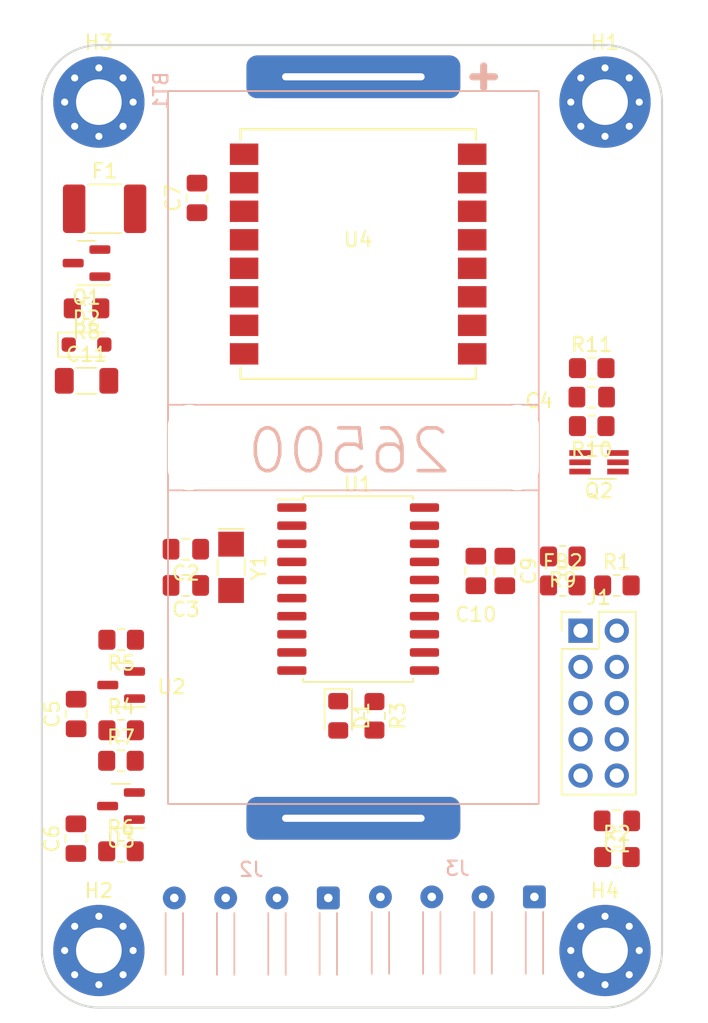
<source format=kicad_pcb>
(kicad_pcb (version 20221018) (generator pcbnew)
  (layers (0 "F.Cu" signal) (31 "B.Cu" signal) (34 "B.Paste" user) (35 "F.Paste" user) (36 "B.SilkS" user "B.Silkscreen") (37 "F.SilkS" user "F.Silkscreen") (38 "B.Mask" user) (39 "F.Mask" user) (44 "Edge.Cuts" user))
  (net 0 "")
  (net 1 "Net-(BT1-+)")
  (net 2 "GND")
  (net 3 "~RESET")
  (net 4 "XIN32")
  (net 5 "XOUT32")
  (net 6 "BAT_ADC")
  (net 7 "+3V3")
  (net 8 "VDD")
  (net 9 "LED")
  (net 10 "Net-(D1-A)")
  (net 11 "Net-(D2-A)")
  (net 12 "Net-(Q1-D)")
  (net 13 "+3V0")
  (net 14 "SWDIO")
  (net 15 "SWDCLK")
  (net 19 "SDA1")
  (net 20 "SCL1")
  (net 21 "SDA2")
  (net 22 "SCL2")
  (net 23 "Net-(Q1-G)")
  (net 24 "Net-(Q2-Pad2)")
  (net 25 "BAT_ADC_EN")
  (net 26 "Net-(Q2-Pad6)")
  (net 27 "~{LORA_RESET}")
  (net 28 "LORA_IRQ")
  (net 29 "MOSI")
  (net 30 "SCK")
  (net 31 "MISO")
  (net 32 "~{LORA_CS}")
  (footprint "Capacitor_SMD:C_0805_2012Metric_Pad1.18x1.45mm_HandSolder" (layer "F.Cu") (at 71.882 29.718 90)
    (fp_text reference "C7" (at 0 -1.68 90) (layer "F.SilkS"))
    (fp_text value "100n")
    (fp_line (start -0.261252 -0.735) (end 0.261252 -0.735) (stroke (width 0.12)) (layer "F.SilkS"))
    (fp_line (start -0.261252 0.735) (end 0.261252 0.735) (stroke (width 0.12)) (layer "F.SilkS"))
    (pad "1" smd roundrect (at -1.0375 0 90) (size 1.175 1.45) (layers "F.Cu" "F.Paste" "F.Mask") (roundrect_rratio 0.212766) (net 7 "+3V3"))
    (pad "2" smd roundrect (at 1.0375 0 90) (size 1.175 1.45) (layers "F.Cu" "F.Paste" "F.Mask") (roundrect_rratio 0.212766) (net 2 "GND"))
  )
  (footprint "Capacitor_SMD:C_0805_2012Metric_Pad1.18x1.45mm_HandSolder" (layer "F.Cu") (at 101.33 73.406 180)
    (fp_text reference "C1" (at 0 -1.68) (layer "F.SilkS"))
    (fp_text value "100n")
    (fp_line (start -0.261252 -0.735) (end 0.261252 -0.735) (stroke (width 0.12)) (layer "F.SilkS"))
    (fp_line (start -0.261252 0.735) (end 0.261252 0.735) (stroke (width 0.12)) (layer "F.SilkS"))
    (pad "1" smd roundrect (at -1.0375 0 180) (size 1.175 1.45) (layers "F.Cu" "F.Paste" "F.Mask") (roundrect_rratio 0.212766) (net 3 "~RESET"))
    (pad "2" smd roundrect (at 1.0375 0 180) (size 1.175 1.45) (layers "F.Cu" "F.Paste" "F.Mask") (roundrect_rratio 0.212766) (net 2 "GND"))
  )
  (footprint "Resistor_SMD:R_0805_2012Metric_Pad1.20x1.40mm_HandSolder" (layer "F.Cu") (at 66.548 69.1935)
    (fp_text reference "R7" (at 0 -1.65) (layer "F.SilkS"))
    (fp_text value "4k7")
    (fp_line (start -0.227064 -0.735) (end 0.227064 -0.735) (stroke (width 0.12)) (layer "F.SilkS"))
    (fp_line (start -0.227064 0.735) (end 0.227064 0.735) (stroke (width 0.12)) (layer "F.SilkS"))
    (pad "1" smd roundrect (at -1 0) (size 1.2 1.4) (layers "F.Cu" "F.Paste" "F.Mask") (roundrect_rratio 0.208333) (net 7 "+3V3"))
    (pad "2" smd roundrect (at 1 0) (size 1.2 1.4) (layers "F.Cu" "F.Paste" "F.Mask") (roundrect_rratio 0.208333) (net 22 "SCL2"))
  )
  (footprint "Package_TO_SOT_SMD:SOT-23" (layer "F.Cu") (at 66.564 63.881 180)
    (fp_text reference "U2" (at -3.54 -0.127) (layer "F.SilkS"))
    (fp_text value "TPD2E009DBZR")
    (fp_line (start 0 -1.56) (end -1.675 -1.56) (stroke (width 0.12)) (layer "F.SilkS"))
    (fp_line (start 0 -1.56) (end 0.65 -1.56) (stroke (width 0.12)) (layer "F.SilkS"))
    (fp_line (start 0 1.56) (end -0.65 1.56) (stroke (width 0.12)) (layer "F.SilkS"))
    (fp_line (start 0 1.56) (end 0.65 1.56) (stroke (width 0.12)) (layer "F.SilkS"))
    (pad "1" smd roundrect (at -0.9375 -0.95 180) (size 1.475 0.6) (layers "F.Cu" "F.Paste" "F.Mask") (net 19 "SDA1"))
    (pad "2" smd roundrect (at -0.9375 0.95 180) (size 1.475 0.6) (layers "F.Cu" "F.Paste" "F.Mask") (net 20 "SCL1"))
    (pad "3" smd roundrect (at 0.9375 0 180) (size 1.475 0.6) (layers "F.Cu" "F.Paste" "F.Mask") (net 2 "GND"))
  )
  (footprint "Capacitor_SMD:C_1206_3216Metric_Pad1.33x1.80mm_HandSolder" (layer "F.Cu") (at 64.135 42.545)
    (fp_text reference "C11" (at 0 -1.85) (layer "F.SilkS"))
    (fp_text value "22u")
    (fp_line (start -0.711252 -0.91) (end 0.711252 -0.91) (stroke (width 0.12)) (layer "F.SilkS"))
    (fp_line (start -0.711252 0.91) (end 0.711252 0.91) (stroke (width 0.12)) (layer "F.SilkS"))
    (pad "1" smd roundrect (at -1.5625 0) (size 1.325 1.8) (layers "F.Cu" "F.Paste" "F.Mask") (roundrect_rratio 0.188679) (net 7 "+3V3"))
    (pad "2" smd roundrect (at 1.5625 0) (size 1.325 1.8) (layers "F.Cu" "F.Paste" "F.Mask") (roundrect_rratio 0.188679) (net 2 "GND"))
  )
  (footprint "MountingHole:MountingHole_3.2mm_M3_Pad_Via" (layer "F.Cu") (at 100.5 82.5)
    (fp_text reference "H4" (at 0 -4.2) (layer "F.SilkS"))
    (fp_text value "MountingHole_Pad")
    (pad "1" thru_hole circle (at -2.4 0) (size 0.8 0.8) (drill 0.5) (layers "*.Cu" "*.Mask") (net 2 "GND"))
    (pad "1" thru_hole circle (at -1.697056 -1.697056) (size 0.8 0.8) (drill 0.5) (layers "*.Cu" "*.Mask") (net 2 "GND"))
    (pad "1" thru_hole circle (at -1.697056 1.697056) (size 0.8 0.8) (drill 0.5) (layers "*.Cu" "*.Mask") (net 2 "GND"))
    (pad "1" thru_hole circle (at 0 -2.4) (size 0.8 0.8) (drill 0.5) (layers "*.Cu" "*.Mask") (net 2 "GND"))
    (pad "1" thru_hole circle (at 0 0) (size 6.4 6.4) (drill 3.2) (layers "*.Cu" "*.Mask") (net 2 "GND"))
    (pad "1" thru_hole circle (at 0 2.4) (size 0.8 0.8) (drill 0.5) (layers "*.Cu" "*.Mask") (net 2 "GND"))
    (pad "1" thru_hole circle (at 1.697056 -1.697056) (size 0.8 0.8) (drill 0.5) (layers "*.Cu" "*.Mask") (net 2 "GND"))
    (pad "1" thru_hole circle (at 1.697056 1.697056) (size 0.8 0.8) (drill 0.5) (layers "*.Cu" "*.Mask") (net 2 "GND"))
    (pad "1" thru_hole circle (at 2.4 0) (size 0.8 0.8) (drill 0.5) (layers "*.Cu" "*.Mask") (net 2 "GND"))
  )
  (footprint "Capacitor_SMD:C_0805_2012Metric_Pad1.18x1.45mm_HandSolder" (layer "F.Cu") (at 99.568 43.688)
    (fp_text reference "C4" (at -3.683 0.254) (layer "F.SilkS"))
    (fp_text value "10u")
    (fp_line (start -0.261252 -0.735) (end 0.261252 -0.735) (stroke (width 0.12)) (layer "F.SilkS"))
    (fp_line (start -0.261252 0.735) (end 0.261252 0.735) (stroke (width 0.12)) (layer "F.SilkS"))
    (pad "1" smd roundrect (at -1.0375 0) (size 1.175 1.45) (layers "F.Cu" "F.Paste" "F.Mask") (roundrect_rratio 0.212766) (net 6 "BAT_ADC"))
    (pad "2" smd roundrect (at 1.0375 0) (size 1.175 1.45) (layers "F.Cu" "F.Paste" "F.Mask") (roundrect_rratio 0.212766) (net 2 "GND"))
  )
  (footprint "Diode_SMD:D_SOD-323_HandSoldering" (layer "F.Cu") (at 64.135 40.005)
    (fp_text reference "D2" (at 0 -1.85) (layer "F.SilkS"))
    (fp_text value "BAT60A")
    (fp_line (start -2.01 -0.85) (end -2.01 0.85) (stroke (width 0.12)) (layer "F.SilkS"))
    (fp_line (start -2.01 -0.85) (end 1.25 -0.85) (stroke (width 0.12)) (layer "F.SilkS"))
    (fp_line (start -2.01 0.85) (end 1.25 0.85) (stroke (width 0.12)) (layer "F.SilkS"))
    (pad "1" smd roundrect (at -1.25 0) (size 1 1) (layers "F.Cu" "F.Paste" "F.Mask") (net 7 "+3V3"))
    (pad "2" smd roundrect (at 1.25 0) (size 1 1) (layers "F.Cu" "F.Paste" "F.Mask") (net 11 "Net-(D2-A)"))
  )
  (footprint "Resistor_SMD:R_0805_2012Metric_Pad1.20x1.40mm_HandSolder" (layer "F.Cu") (at 84.328 66.04 -90)
    (fp_text reference "R3" (at 0 -1.65 90) (layer "F.SilkS"))
    (fp_text value "1k")
    (fp_line (start -0.227064 -0.735) (end 0.227064 -0.735) (stroke (width 0.12)) (layer "F.SilkS"))
    (fp_line (start -0.227064 0.735) (end 0.227064 0.735) (stroke (width 0.12)) (layer "F.SilkS"))
    (pad "1" smd roundrect (at -1 0 270) (size 1.2 1.4) (layers "F.Cu" "F.Paste" "F.Mask") (roundrect_rratio 0.208333) (net 13 "+3V0"))
    (pad "2" smd roundrect (at 1 0 270) (size 1.2 1.4) (layers "F.Cu" "F.Paste" "F.Mask") (roundrect_rratio 0.208333) (net 10 "Net-(D1-A)"))
  )
  (footprint "Capacitor_SMD:C_0805_2012Metric_Pad1.18x1.45mm_HandSolder" (layer "F.Cu") (at 71.0985 56.896 180)
    (fp_text reference "C3" (at 0 -1.68) (layer "F.SilkS"))
    (fp_text value "12p")
    (fp_line (start -0.261252 -0.735) (end 0.261252 -0.735) (stroke (width 0.12)) (layer "F.SilkS"))
    (fp_line (start -0.261252 0.735) (end 0.261252 0.735) (stroke (width 0.12)) (layer "F.SilkS"))
    (pad "1" smd roundrect (at -1.0375 0 180) (size 1.175 1.45) (layers "F.Cu" "F.Paste" "F.Mask") (roundrect_rratio 0.212766) (net 5 "XOUT32"))
    (pad "2" smd roundrect (at 1.0375 0 180) (size 1.175 1.45) (layers "F.Cu" "F.Paste" "F.Mask") (roundrect_rratio 0.212766) (net 2 "GND"))
  )
  (footprint "Resistor_SMD:R_0805_2012Metric_Pad1.20x1.40mm_HandSolder" (layer "F.Cu") (at 97.536 54.864 180)
    (fp_text reference "R9" (at 0 -1.65) (layer "F.SilkS"))
    (fp_text value "100k")
    (fp_line (start -0.227064 -0.735) (end 0.227064 -0.735) (stroke (width 0.12)) (layer "F.SilkS"))
    (fp_line (start -0.227064 0.735) (end 0.227064 0.735) (stroke (width 0.12)) (layer "F.SilkS"))
    (pad "1" smd roundrect (at -1 0 180) (size 1.2 1.4) (layers "F.Cu" "F.Paste" "F.Mask") (roundrect_rratio 0.208333) (net 7 "+3V3"))
    (pad "2" smd roundrect (at 1 0 180) (size 1.2 1.4) (layers "F.Cu" "F.Paste" "F.Mask") (roundrect_rratio 0.208333) (net 26 "Net-(Q2-Pad6)"))
  )
  (footprint "Resistor_SMD:R_0805_2012Metric_Pad1.20x1.40mm_HandSolder" (layer "F.Cu") (at 97.536 56.896)
    (fp_text reference "FB2" (at 0 -1.65) (layer "F.SilkS"))
    (fp_text value "330")
    (fp_line (start -0.227064 -0.735) (end 0.227064 -0.735) (stroke (width 0.12)) (layer "F.SilkS"))
    (fp_line (start -0.227064 0.735) (end 0.227064 0.735) (stroke (width 0.12)) (layer "F.SilkS"))
    (pad "1" smd roundrect (at -1 0) (size 1.2 1.4) (layers "F.Cu" "F.Paste" "F.Mask") (roundrect_rratio 0.208333) (net 8 "VDD"))
    (pad "2" smd roundrect (at 1 0) (size 1.2 1.4) (layers "F.Cu" "F.Paste" "F.Mask") (roundrect_rratio 0.208333) (net 7 "+3V3"))
  )
  (footprint "Package_TO_SOT_SMD:SOT-23" (layer "F.Cu") (at 66.548 72.3685 180)
    (fp_text reference "U3" (at 0 -2.4) (layer "F.SilkS"))
    (fp_text value "TPD2E009DBZR")
    (fp_line (start 0 -1.56) (end -1.675 -1.56) (stroke (width 0.12)) (layer "F.SilkS"))
    (fp_line (start 0 -1.56) (end 0.65 -1.56) (stroke (width 0.12)) (layer "F.SilkS"))
    (fp_line (start 0 1.56) (end -0.65 1.56) (stroke (width 0.12)) (layer "F.SilkS"))
    (fp_line (start 0 1.56) (end 0.65 1.56) (stroke (width 0.12)) (layer "F.SilkS"))
    (pad "1" smd roundrect (at -0.9375 -0.95 180) (size 1.475 0.6) (layers "F.Cu" "F.Paste" "F.Mask") (net 21 "SDA2"))
    (pad "2" smd roundrect (at -0.9375 0.95 180) (size 1.475 0.6) (layers "F.Cu" "F.Paste" "F.Mask") (net 22 "SCL2"))
    (pad "3" smd roundrect (at 0.9375 0 180) (size 1.475 0.6) (layers "F.Cu" "F.Paste" "F.Mask") (net 2 "GND"))
  )
  (footprint "Package_TO_SOT_SMD:SOT-363_SC-70-6_Handsoldering" (layer "F.Cu") (at 100.076 48.26 180)
    (fp_text reference "Q2" (at 0 -2) (layer "F.SilkS"))
    (fp_text value "NTJD1155LT1")
    (fp_line (start -0.7 1.16) (end 0.7 1.16) (stroke (width 0.12)) (layer "F.SilkS"))
    (fp_line (start 0.7 -1.16) (end -1.2 -1.16) (stroke (width 0.12)) (layer "F.SilkS"))
    (pad "1" smd rect (at -1.33 -0.65 180) (size 1.5 0.4) (layers "F.Cu" "F.Paste" "F.Mask") (net 2 "GND"))
    (pad "2" smd rect (at -1.33 0 180) (size 1.5 0.4) (layers "F.Cu" "F.Paste" "F.Mask") (net 24 "Net-(Q2-Pad2)"))
    (pad "3" smd rect (at -1.33 0.65 180) (size 1.5 0.4) (layers "F.Cu" "F.Paste" "F.Mask") (net 24 "Net-(Q2-Pad2)"))
    (pad "4" smd rect (at 1.33 0.65 180) (size 1.5 0.4) (layers "F.Cu" "F.Paste" "F.Mask") (net 7 "+3V3"))
    (pad "5" smd rect (at 1.33 0 180) (size 1.5 0.4) (layers "F.Cu" "F.Paste" "F.Mask") (net 25 "BAT_ADC_EN"))
    (pad "6" smd rect (at 1.33 -0.65 180) (size 1.5 0.4) (layers "F.Cu" "F.Paste" "F.Mask") (net 26 "Net-(Q2-Pad6)"))
  )
  (footprint "Resistor_SMD:R_0805_2012Metric_Pad1.20x1.40mm_HandSolder" (layer "F.Cu") (at 101.33 56.896)
    (fp_text reference "R1" (at 0 -1.65) (layer "F.SilkS"))
    (fp_text value "1k")
    (fp_line (start -0.227064 -0.735) (end 0.227064 -0.735) (stroke (width 0.12)) (layer "F.SilkS"))
    (fp_line (start -0.227064 0.735) (end 0.227064 0.735) (stroke (width 0.12)) (layer "F.SilkS"))
    (pad "1" smd roundrect (at -1 0) (size 1.2 1.4) (layers "F.Cu" "F.Paste" "F.Mask") (roundrect_rratio 0.208333) (net 7 "+3V3"))
    (pad "2" smd roundrect (at 1 0) (size 1.2 1.4) (layers "F.Cu" "F.Paste" "F.Mask") (roundrect_rratio 0.208333) (net 15 "SWDCLK"))
  )
  (footprint "Capacitor_SMD:C_0805_2012Metric_Pad1.18x1.45mm_HandSolder" (layer "F.Cu") (at 93.472 55.88 -90)
    (fp_text reference "C9" (at 0 -1.68 90) (layer "F.SilkS"))
    (fp_text value "10u")
    (fp_line (start -0.261252 -0.735) (end 0.261252 -0.735) (stroke (width 0.12)) (layer "F.SilkS"))
    (fp_line (start -0.261252 0.735) (end 0.261252 0.735) (stroke (width 0.12)) (layer "F.SilkS"))
    (pad "1" smd roundrect (at -1.0375 0 270) (size 1.175 1.45) (layers "F.Cu" "F.Paste" "F.Mask") (roundrect_rratio 0.212766) (net 8 "VDD"))
    (pad "2" smd roundrect (at 1.0375 0 270) (size 1.175 1.45) (layers "F.Cu" "F.Paste" "F.Mask") (roundrect_rratio 0.212766) (net 2 "GND"))
  )
  (footprint "MountingHole:MountingHole_3.2mm_M3_Pad_Via" (layer "F.Cu") (at 100.5 23)
    (fp_text reference "H1" (at 0 -4.2) (layer "F.SilkS"))
    (fp_text value "MountingHole_Pad")
    (pad "1" thru_hole circle (at -2.4 0) (size 0.8 0.8) (drill 0.5) (layers "*.Cu" "*.Mask") (net 2 "GND"))
    (pad "1" thru_hole circle (at -1.697056 -1.697056) (size 0.8 0.8) (drill 0.5) (layers "*.Cu" "*.Mask") (net 2 "GND"))
    (pad "1" thru_hole circle (at -1.697056 1.697056) (size 0.8 0.8) (drill 0.5) (layers "*.Cu" "*.Mask") (net 2 "GND"))
    (pad "1" thru_hole circle (at 0 -2.4) (size 0.8 0.8) (drill 0.5) (layers "*.Cu" "*.Mask") (net 2 "GND"))
    (pad "1" thru_hole circle (at 0 0) (size 6.4 6.4) (drill 3.2) (layers "*.Cu" "*.Mask") (net 2 "GND"))
    (pad "1" thru_hole circle (at 0 2.4) (size 0.8 0.8) (drill 0.5) (layers "*.Cu" "*.Mask") (net 2 "GND"))
    (pad "1" thru_hole circle (at 1.697056 -1.697056) (size 0.8 0.8) (drill 0.5) (layers "*.Cu" "*.Mask") (net 2 "GND"))
    (pad "1" thru_hole circle (at 1.697056 1.697056) (size 0.8 0.8) (drill 0.5) (layers "*.Cu" "*.Mask") (net 2 "GND"))
    (pad "1" thru_hole circle (at 2.4 0) (size 0.8 0.8) (drill 0.5) (layers "*.Cu" "*.Mask") (net 2 "GND"))
  )
  (footprint "Package_SO:SOIC-20W_7.5x12.8mm_P1.27mm" (layer "F.Cu") (at 83.185 57.15)
    (fp_text reference "U1" (at 0 -7.35) (layer "F.SilkS"))
    (fp_text value "ATSAMD10D14A-SS")
    (fp_line (start -3.86 -6.51) (end -3.86 -6.275) (stroke (width 0.12)) (layer "F.SilkS"))
    (fp_line (start -3.86 -6.275) (end -5.675 -6.275) (stroke (width 0.12)) (layer "F.SilkS"))
    (fp_line (start -3.86 6.51) (end -3.86 6.275) (stroke (width 0.12)) (layer "F.SilkS"))
    (fp_line (start 0 -6.51) (end -3.86 -6.51) (stroke (width 0.12)) (layer "F.SilkS"))
    (fp_line (start 0 -6.51) (end 3.86 -6.51) (stroke (width 0.12)) (layer "F.SilkS"))
    (fp_line (start 0 6.51) (end -3.86 6.51) (stroke (width 0.12)) (layer "F.SilkS"))
    (fp_line (start 0 6.51) (end 3.86 6.51) (stroke (width 0.12)) (layer "F.SilkS"))
    (fp_line (start 3.86 -6.51) (end 3.86 -6.275) (stroke (width 0.12)) (layer "F.SilkS"))
    (fp_line (start 3.86 6.51) (end 3.86 6.275) (stroke (width 0.12)) (layer "F.SilkS"))
    (pad "1" smd roundrect (at -4.65 -5.715) (size 2.05 0.6) (layers "F.Cu" "F.Paste" "F.Mask") (net 30 "SCK"))
    (pad "2" smd roundrect (at -4.65 -4.445) (size 2.05 0.6) (layers "F.Cu" "F.Paste" "F.Mask") (net 32 "~{LORA_CS}"))
    (pad "3" smd roundrect (at -4.65 -3.175) (size 2.05 0.6) (layers "F.Cu" "F.Paste" "F.Mask") (net 31 "MISO"))
    (pad "4" smd roundrect (at -4.65 -1.905) (size 2.05 0.6) (layers "F.Cu" "F.Paste" "F.Mask") (net 4 "XIN32"))
    (pad "5" smd roundrect (at -4.65 -0.635) (size 2.05 0.6) (layers "F.Cu" "F.Paste" "F.Mask") (net 5 "XOUT32"))
    (pad "6" smd roundrect (at -4.65 0.635) (size 2.05 0.6) (layers "F.Cu" "F.Paste" "F.Mask") (net 19 "SDA1"))
    (pad "7" smd roundrect (at -4.65 1.905) (size 2.05 0.6) (layers "F.Cu" "F.Paste" "F.Mask") (net 20 "SCL1"))
    (pad "8" smd roundrect (at -4.65 3.175) (size 2.05 0.6) (layers "F.Cu" "F.Paste" "F.Mask") (net 9 "LED"))
    (pad "9" smd roundrect (at -4.65 4.445) (size 2.05 0.6) (layers "F.Cu" "F.Paste" "F.Mask") (net 21 "SDA2"))
    (pad "10" smd roundrect (at -4.65 5.715) (size 2.05 0.6) (layers "F.Cu" "F.Paste" "F.Mask") (net 22 "SCL2"))
    (pad "11" smd roundrect (at 4.65 5.715) (size 2.05 0.6) (layers "F.Cu" "F.Paste" "F.Mask") (net 3 "~RESET"))
    (pad "12" smd roundrect (at 4.65 4.445) (size 2.05 0.6) (layers "F.Cu" "F.Paste" "F.Mask") (net 15 "SWDCLK"))
    (pad "13" smd roundrect (at 4.65 3.175) (size 2.05 0.6) (layers "F.Cu" "F.Paste" "F.Mask") (net 14 "SWDIO"))
    (pad "14" smd roundrect (at 4.65 1.905) (size 2.05 0.6) (layers "F.Cu" "F.Paste" "F.Mask") (net 27 "~{LORA_RESET}"))
    (pad "15" smd roundrect (at 4.65 0.635) (size 2.05 0.6) (layers "F.Cu" "F.Paste" "F.Mask") (net 28 "LORA_IRQ"))
    (pad "16" smd roundrect (at 4.65 -0.635) (size 2.05 0.6) (layers "F.Cu" "F.Paste" "F.Mask") (net 2 "GND"))
    (pad "17" smd roundrect (at 4.65 -1.905) (size 2.05 0.6) (layers "F.Cu" "F.Paste" "F.Mask") (net 8 "VDD"))
    (pad "18" smd roundrect (at 4.65 -3.175) (size 2.05 0.6) (layers "F.Cu" "F.Paste" "F.Mask") (net 6 "BAT_ADC"))
    (pad "19" smd roundrect (at 4.65 -4.445) (size 2.05 0.6) (layers "F.Cu" "F.Paste" "F.Mask") (net 25 "BAT_ADC_EN"))
    (pad "20" smd roundrect (at 4.65 -5.715) (size 2.05 0.6) (layers "F.Cu" "F.Paste" "F.Mask") (net 29 "MOSI"))
  )
  (footprint "Resistor_SMD:R_0805_2012Metric_Pad1.20x1.40mm_HandSolder" (layer "F.Cu") (at 66.564 67.056)
    (fp_text reference "R4" (at 0 -1.65) (layer "F.SilkS"))
    (fp_text value "4k7")
    (fp_line (start -0.227064 -0.735) (end 0.227064 -0.735) (stroke (width 0.12)) (layer "F.SilkS"))
    (fp_line (start -0.227064 0.735) (end 0.227064 0.735) (stroke (width 0.12)) (layer "F.SilkS"))
    (pad "1" smd roundrect (at -1 0) (size 1.2 1.4) (layers "F.Cu" "F.Paste" "F.Mask") (roundrect_rratio 0.208333) (net 7 "+3V3"))
    (pad "2" smd roundrect (at 1 0) (size 1.2 1.4) (layers "F.Cu" "F.Paste" "F.Mask") (roundrect_rratio 0.208333) (net 19 "SDA1"))
  )
  (footprint "RF_Module:Ai-Thinker-Ra-01-LoRa" (layer "F.Cu") (at 83.185 33.655)
    (fp_text reference "U4" (at 0 -1) (layer "F.SilkS"))
    (fp_text value "Ai-Thinker-Ra-02")
    (fp_line (start -8.25 -8.75) (end 8.25 -8.75) (stroke (width 0.15)) (layer "F.SilkS"))
    (fp_line (start -8.25 -8) (end -8.25 -8.75) (stroke (width 0.15)) (layer "F.SilkS"))
    (fp_line (start -8.25 8) (end -8.25 8.75) (stroke (width 0.15)) (layer "F.SilkS"))
    (fp_line (start -8.25 8.75) (end 8.25 8.75) (stroke (width 0.15)) (layer "F.SilkS"))
    (fp_line (start 8.25 -8.75) (end 8.25 -8) (stroke (width 0.15)) (layer "F.SilkS"))
    (fp_line (start 8.25 8.75) (end 8.25 8) (stroke (width 0.15)) (layer "F.SilkS"))
    (pad "1" smd rect (at -8 -7) (size 2 1.5) (layers "F.Cu" "F.Paste" "F.Mask") (net 2 "GND"))
    (pad "2" smd rect (at -8 -5) (size 2 1.5) (layers "F.Cu" "F.Paste" "F.Mask") (net 2 "GND"))
    (pad "3" smd rect (at -8 -3) (size 2 1.5) (layers "F.Cu" "F.Paste" "F.Mask") (net 7 "+3V3"))
    (pad "4" smd rect (at -8 -1) (size 2 1.5) (layers "F.Cu" "F.Paste" "F.Mask") (net 27 "~{LORA_RESET}"))
    (pad "5" smd rect (at -8 1) (size 2 1.5) (layers "F.Cu" "F.Paste" "F.Mask") (net 28 "LORA_IRQ"))
    (pad "6" smd rect (at -8 3) (size 2 1.5) (layers "F.Cu" "F.Paste" "F.Mask"))
    (pad "7" smd rect (at -8 5) (size 2 1.5) (layers "F.Cu" "F.Paste" "F.Mask"))
    (pad "8" smd rect (at -8 7) (size 2 1.5) (layers "F.Cu" "F.Paste" "F.Mask"))
    (pad "9" smd rect (at 8 7) (size 2 1.5) (layers "F.Cu" "F.Paste" "F.Mask") (net 2 "GND"))
    (pad "10" smd rect (at 8 5) (size 2 1.5) (layers "F.Cu" "F.Paste" "F.Mask"))
    (pad "11" smd rect (at 8 3) (size 2 1.5) (layers "F.Cu" "F.Paste" "F.Mask"))
    (pad "12" smd rect (at 8 1) (size 2 1.5) (layers "F.Cu" "F.Paste" "F.Mask") (net 30 "SCK"))
    (pad "13" smd rect (at 8 -1) (size 2 1.5) (layers "F.Cu" "F.Paste" "F.Mask") (net 31 "MISO"))
    (pad "14" smd rect (at 8 -3) (size 2 1.5) (layers "F.Cu" "F.Paste" "F.Mask") (net 29 "MOSI"))
    (pad "15" smd rect (at 8 -5) (size 2 1.5) (layers "F.Cu" "F.Paste" "F.Mask") (net 32 "~{LORA_CS}"))
    (pad "16" smd rect (at 8 -7) (size 2 1.5) (layers "F.Cu" "F.Paste" "F.Mask") (net 2 "GND"))
  )
  (footprint "Resistor_SMD:R_0805_2012Metric_Pad1.20x1.40mm_HandSolder" (layer "F.Cu") (at 101.33 75.946)
    (fp_text reference "R2" (at 0 -1.65) (layer "F.SilkS"))
    (fp_text value "10k")
    (fp_line (start -0.227064 -0.735) (end 0.227064 -0.735) (stroke (width 0.12)) (layer "F.SilkS"))
    (fp_line (start -0.227064 0.735) (end 0.227064 0.735) (stroke (width 0.12)) (layer "F.SilkS"))
    (pad "1" smd roundrect (at -1 0) (size 1.2 1.4) (layers "F.Cu" "F.Paste" "F.Mask") (roundrect_rratio 0.208333) (net 7 "+3V3"))
    (pad "2" smd roundrect (at 1 0) (size 1.2 1.4) (layers "F.Cu" "F.Paste" "F.Mask") (roundrect_rratio 0.208333) (net 3 "~RESET"))
  )
  (footprint "Capacitor_SMD:C_0805_2012Metric_Pad1.18x1.45mm_HandSolder" (layer "F.Cu") (at 63.405 65.913 90)
    (fp_text reference "C5" (at 0 -1.68 90) (layer "F.SilkS"))
    (fp_text value "100n")
    (fp_line (start -0.261252 -0.735) (end 0.261252 -0.735) (stroke (width 0.12)) (layer "F.SilkS"))
    (fp_line (start -0.261252 0.735) (end 0.261252 0.735) (stroke (width 0.12)) (layer "F.SilkS"))
    (pad "1" smd roundrect (at -1.0375 0 90) (size 1.175 1.45) (layers "F.Cu" "F.Paste" "F.Mask") (roundrect_rratio 0.212766) (net 7 "+3V3"))
    (pad "2" smd roundrect (at 1.0375 0 90) (size 1.175 1.45) (layers "F.Cu" "F.Paste" "F.Mask") (roundrect_rratio 0.212766) (net 2 "GND"))
  )
  (footprint "Resistor_SMD:R_0805_2012Metric_Pad1.20x1.40mm_HandSolder" (layer "F.Cu") (at 64.135 37.465 180)
    (fp_text reference "R8" (at 0 -1.65) (layer "F.SilkS"))
    (fp_text value "100k")
    (fp_line (start -0.227064 -0.735) (end 0.227064 -0.735) (stroke (width 0.12)) (layer "F.SilkS"))
    (fp_line (start -0.227064 0.735) (end 0.227064 0.735) (stroke (width 0.12)) (layer "F.SilkS"))
    (pad "1" smd roundrect (at -1 0 180) (size 1.2 1.4) (layers "F.Cu" "F.Paste" "F.Mask") (roundrect_rratio 0.208333) (net 23 "Net-(Q1-G)"))
    (pad "2" smd roundrect (at 1 0 180) (size 1.2 1.4) (layers "F.Cu" "F.Paste" "F.Mask") (roundrect_rratio 0.208333) (net 2 "GND"))
  )
  (footprint "Capacitor_SMD:C_0805_2012Metric_Pad1.18x1.45mm_HandSolder" (layer "F.Cu") (at 91.44 55.88 -90)
    (fp_text reference "C10" (at 3.048 0 -180) (layer "F.SilkS"))
    (fp_text value "100n")
    (fp_line (start -0.261252 -0.735) (end 0.261252 -0.735) (stroke (width 0.12)) (layer "F.SilkS"))
    (fp_line (start -0.261252 0.735) (end 0.261252 0.735) (stroke (width 0.12)) (layer "F.SilkS"))
    (pad "1" smd roundrect (at -1.0375 0 270) (size 1.175 1.45) (layers "F.Cu" "F.Paste" "F.Mask") (roundrect_rratio 0.212766) (net 8 "VDD"))
    (pad "2" smd roundrect (at 1.0375 0 270) (size 1.175 1.45) (layers "F.Cu" "F.Paste" "F.Mask") (roundrect_rratio 0.212766) (net 2 "GND"))
  )
  (footprint "Resistor_SMD:R_0805_2012Metric_Pad1.20x1.40mm_HandSolder" (layer "F.Cu") (at 66.548 75.5435)
    (fp_text reference "R6" (at 0 -1.65) (layer "F.SilkS"))
    (fp_text value "4k7")
    (fp_line (start -0.227064 -0.735) (end 0.227064 -0.735) (stroke (width 0.12)) (layer "F.SilkS"))
    (fp_line (start -0.227064 0.735) (end 0.227064 0.735) (stroke (width 0.12)) (layer "F.SilkS"))
    (pad "1" smd roundrect (at -1 0) (size 1.2 1.4) (layers "F.Cu" "F.Paste" "F.Mask") (roundrect_rratio 0.208333) (net 7 "+3V3"))
    (pad "2" smd roundrect (at 1 0) (size 1.2 1.4) (layers "F.Cu" "F.Paste" "F.Mask") (roundrect_rratio 0.208333) (net 21 "SDA2"))
  )
  (footprint "Resistor_SMD:R_0805_2012Metric_Pad1.20x1.40mm_HandSolder" (layer "F.Cu") (at 99.568 41.656)
    (fp_text reference "R11" (at 0 -1.65) (layer "F.SilkS"))
    (fp_text value "100k")
    (fp_line (start -0.227064 -0.735) (end 0.227064 -0.735) (stroke (width 0.12)) (layer "F.SilkS"))
    (fp_line (start -0.227064 0.735) (end 0.227064 0.735) (stroke (width 0.12)) (layer "F.SilkS"))
    (pad "1" smd roundrect (at -1 0) (size 1.2 1.4) (layers "F.Cu" "F.Paste" "F.Mask") (roundrect_rratio 0.208333) (net 6 "BAT_ADC"))
    (pad "2" smd roundrect (at 1 0) (size 1.2 1.4) (layers "F.Cu" "F.Paste" "F.Mask") (roundrect_rratio 0.208333) (net 2 "GND"))
  )
  (footprint "Crystal:Crystal_SMD_EuroQuartz_EQ161-2Pin_3.2x1.5mm_HandSoldering" (layer "F.Cu") (at 74.2735 55.626 -90)
    (fp_text reference "Y1" (at 0 -1.95 90) (layer "F.SilkS"))
    (fp_text value "KX-327NHT")
    (fp_line (start -2.7 -0.9) (end -2.7 0.9) (stroke (width 0.12)) (layer "F.SilkS"))
    (fp_line (start -0.55 -0.95) (end 0.55 -0.95) (stroke (width 0.12)) (layer "F.SilkS"))
    (fp_line (start -0.55 0.95) (end 0.55 0.95) (stroke (width 0.12)) (layer "F.SilkS"))
    (pad "1" smd rect (at -1.625 0 270) (size 1.75 1.8) (layers "F.Cu" "F.Paste" "F.Mask") (net 4 "XIN32"))
    (pad "2" smd rect (at 1.625 0 270) (size 1.75 1.8) (layers "F.Cu" "F.Paste" "F.Mask") (net 5 "XOUT32"))
  )
  (footprint "Resistor_SMD:R_0805_2012Metric_Pad1.20x1.40mm_HandSolder" (layer "F.Cu") (at 66.564 60.706 180)
    (fp_text reference "R5" (at 0 -1.65) (layer "F.SilkS"))
    (fp_text value "4k7")
    (fp_line (start -0.227064 -0.735) (end 0.227064 -0.735) (stroke (width 0.12)) (layer "F.SilkS"))
    (fp_line (start -0.227064 0.735) (end 0.227064 0.735) (stroke (width 0.12)) (layer "F.SilkS"))
    (pad "1" smd roundrect (at -1 0 180) (size 1.2 1.4) (layers "F.Cu" "F.Paste" "F.Mask") (roundrect_rratio 0.208333) (net 7 "+3V3"))
    (pad "2" smd roundrect (at 1 0 180) (size 1.2 1.4) (layers "F.Cu" "F.Paste" "F.Mask") (roundrect_rratio 0.208333) (net 20 "SCL1"))
  )
  (footprint "Resistor_SMD:R_0805_2012Metric_Pad1.20x1.40mm_HandSolder" (layer "F.Cu") (at 99.568 45.72 180)
    (fp_text reference "R10" (at 0 -1.65) (layer "F.SilkS"))
    (fp_text value "100k")
    (fp_line (start -0.227064 -0.735) (end 0.227064 -0.735) (stroke (width 0.12)) (layer "F.SilkS"))
    (fp_line (start -0.227064 0.735) (end 0.227064 0.735) (stroke (width 0.12)) (layer "F.SilkS"))
    (pad "1" smd roundrect (at -1 0 180) (size 1.2 1.4) (layers "F.Cu" "F.Paste" "F.Mask") (roundrect_rratio 0.208333) (net 24 "Net-(Q2-Pad2)"))
    (pad "2" smd roundrect (at 1 0 180) (size 1.2 1.4) (layers "F.Cu" "F.Paste" "F.Mask") (roundrect_rratio 0.208333) (net 6 "BAT_ADC"))
  )
  (footprint "LED_SMD:LED_0805_2012Metric_Pad1.15x1.40mm_HandSolder" (layer "F.Cu") (at 81.788 66.04 -90)
    (fp_text reference "D1" (at 0 -1.65 90) (layer "F.SilkS"))
    (fp_text value "LED")
    (fp_line (start -1.86 -0.96) (end -1.86 0.96) (stroke (width 0.12)) (layer "F.SilkS"))
    (fp_line (start -1.86 0.96) (end 1 0.96) (stroke (width 0.12)) (layer "F.SilkS"))
    (fp_line (start 1 -0.96) (end -1.86 -0.96) (stroke (width 0.12)) (layer "F.SilkS"))
    (pad "1" smd roundrect (at -1.025 0 270) (size 1.15 1.4) (layers "F.Cu" "F.Paste" "F.Mask") (roundrect_rratio 0.217391) (net 9 "LED"))
    (pad "2" smd roundrect (at 1.025 0 270) (size 1.15 1.4) (layers "F.Cu" "F.Paste" "F.Mask") (roundrect_rratio 0.217391) (net 10 "Net-(D1-A)"))
  )
  (footprint "Capacitor_SMD:C_0805_2012Metric_Pad1.18x1.45mm_HandSolder" (layer "F.Cu") (at 63.389 74.6545 90)
    (fp_text reference "C6" (at 0 -1.68 90) (layer "F.SilkS"))
    (fp_text value "100n")
    (fp_line (start -0.261252 -0.735) (end 0.261252 -0.735) (stroke (width 0.12)) (layer "F.SilkS"))
    (fp_line (start -0.261252 0.735) (end 0.261252 0.735) (stroke (width 0.12)) (layer "F.SilkS"))
    (pad "1" smd roundrect (at -1.0375 0 90) (size 1.175 1.45) (layers "F.Cu" "F.Paste" "F.Mask") (roundrect_rratio 0.212766) (net 7 "+3V3"))
    (pad "2" smd roundrect (at 1.0375 0 90) (size 1.175 1.45) (layers "F.Cu" "F.Paste" "F.Mask") (roundrect_rratio 0.212766) (net 2 "GND"))
  )
  (footprint "MountingHole:MountingHole_3.2mm_M3_Pad_Via" (layer "F.Cu") (at 65 82.5)
    (fp_text reference "H2" (at 0 -4.2) (layer "F.SilkS"))
    (fp_text value "MountingHole_Pad")
    (pad "1" thru_hole circle (at -2.4 0) (size 0.8 0.8) (drill 0.5) (layers "*.Cu" "*.Mask") (net 2 "GND"))
    (pad "1" thru_hole circle (at -1.697056 -1.697056) (size 0.8 0.8) (drill 0.5) (layers "*.Cu" "*.Mask") (net 2 "GND"))
    (pad "1" thru_hole circle (at -1.697056 1.697056) (size 0.8 0.8) (drill 0.5) (layers "*.Cu" "*.Mask") (net 2 "GND"))
    (pad "1" thru_hole circle (at 0 -2.4) (size 0.8 0.8) (drill 0.5) (layers "*.Cu" "*.Mask") (net 2 "GND"))
    (pad "1" thru_hole circle (at 0 0) (size 6.4 6.4) (drill 3.2) (layers "*.Cu" "*.Mask") (net 2 "GND"))
    (pad "1" thru_hole circle (at 0 2.4) (size 0.8 0.8) (drill 0.5) (layers "*.Cu" "*.Mask") (net 2 "GND"))
    (pad "1" thru_hole circle (at 1.697056 -1.697056) (size 0.8 0.8) (drill 0.5) (layers "*.Cu" "*.Mask") (net 2 "GND"))
    (pad "1" thru_hole circle (at 1.697056 1.697056) (size 0.8 0.8) (drill 0.5) (layers "*.Cu" "*.Mask") (net 2 "GND"))
    (pad "1" thru_hole circle (at 2.4 0) (size 0.8 0.8) (drill 0.5) (layers "*.Cu" "*.Mask") (net 2 "GND"))
  )
  (footprint "MountingHole:MountingHole_3.2mm_M3_Pad_Via" (layer "F.Cu") (at 65 23)
    (fp_text reference "H3" (at 0 -4.2) (layer "F.SilkS"))
    (fp_text value "MountingHole_Pad")
    (pad "1" thru_hole circle (at -2.4 0) (size 0.8 0.8) (drill 0.5) (layers "*.Cu" "*.Mask") (net 2 "GND"))
    (pad "1" thru_hole circle (at -1.697056 -1.697056) (size 0.8 0.8) (drill 0.5) (layers "*.Cu" "*.Mask") (net 2 "GND"))
    (pad "1" thru_hole circle (at -1.697056 1.697056) (size 0.8 0.8) (drill 0.5) (layers "*.Cu" "*.Mask") (net 2 "GND"))
    (pad "1" thru_hole circle (at 0 -2.4) (size 0.8 0.8) (drill 0.5) (layers "*.Cu" "*.Mask") (net 2 "GND"))
    (pad "1" thru_hole circle (at 0 0) (size 6.4 6.4) (drill 3.2) (layers "*.Cu" "*.Mask") (net 2 "GND"))
    (pad "1" thru_hole circle (at 0 2.4) (size 0.8 0.8) (drill 0.5) (layers "*.Cu" "*.Mask") (net 2 "GND"))
    (pad "1" thru_hole circle (at 1.697056 -1.697056) (size 0.8 0.8) (drill 0.5) (layers "*.Cu" "*.Mask") (net 2 "GND"))
    (pad "1" thru_hole circle (at 1.697056 1.697056) (size 0.8 0.8) (drill 0.5) (layers "*.Cu" "*.Mask") (net 2 "GND"))
    (pad "1" thru_hole circle (at 2.4 0) (size 0.8 0.8) (drill 0.5) (layers "*.Cu" "*.Mask") (net 2 "GND"))
  )
  (footprint "Package_TO_SOT_SMD:SOT-23" (layer "F.Cu") (at 64.135 34.29 180)
    (fp_text reference "Q1" (at 0 -2.4) (layer "F.SilkS"))
    (fp_text value "IRLML6401")
    (fp_line (start 0 -1.56) (end -1.675 -1.56) (stroke (width 0.12)) (layer "F.SilkS"))
    (fp_line (start 0 -1.56) (end 0.65 -1.56) (stroke (width 0.12)) (layer "F.SilkS"))
    (fp_line (start 0 1.56) (end -0.65 1.56) (stroke (width 0.12)) (layer "F.SilkS"))
    (fp_line (start 0 1.56) (end 0.65 1.56) (stroke (width 0.12)) (layer "F.SilkS"))
    (pad "1" smd roundrect (at -0.9375 -0.95 180) (size 1.475 0.6) (layers "F.Cu" "F.Paste" "F.Mask") (net 23 "Net-(Q1-G)"))
    (pad "2" smd roundrect (at -0.9375 0.95 180) (size 1.475 0.6) (layers "F.Cu" "F.Paste" "F.Mask") (net 11 "Net-(D2-A)"))
    (pad "3" smd roundrect (at 0.9375 0 180) (size 1.475 0.6) (layers "F.Cu" "F.Paste" "F.Mask") (net 12 "Net-(Q1-D)"))
  )
  (footprint "Capacitor_SMD:C_0805_2012Metric_Pad1.18x1.45mm_HandSolder" (layer "F.Cu") (at 71.0985 54.356 180)
    (fp_text reference "C2" (at 0 -1.68) (layer "F.SilkS"))
    (fp_text value "12p")
    (fp_line (start -0.261252 -0.735) (end 0.261252 -0.735) (stroke (width 0.12)) (layer "F.SilkS"))
    (fp_line (start -0.261252 0.735) (end 0.261252 0.735) (stroke (width 0.12)) (layer "F.SilkS"))
    (pad "1" smd roundrect (at -1.0375 0 180) (size 1.175 1.45) (layers "F.Cu" "F.Paste" "F.Mask") (roundrect_rratio 0.212766) (net 4 "XIN32"))
    (pad "2" smd roundrect (at 1.0375 0 180) (size 1.175 1.45) (layers "F.Cu" "F.Paste" "F.Mask") (roundrect_rratio 0.212766) (net 2 "GND"))
  )
  (footprint "Capacitor_SMD:C_1812_4532Metric_Pad1.57x3.40mm_HandSolder" (layer "F.Cu") (at 65.405 30.48)
    (fp_text reference "F1" (at 0 -2.65) (layer "F.SilkS"))
    (fp_text value "MSMF020 0.02A")
    (fp_line (start -1.161252 -1.71) (end 1.161252 -1.71) (stroke (width 0.12)) (layer "F.SilkS"))
    (fp_line (start -1.161252 1.71) (end 1.161252 1.71) (stroke (width 0.12)) (layer "F.SilkS"))
    (pad "1" smd roundrect (at -2.1375 0) (size 1.575 3.4) (layers "F.Cu" "F.Paste" "F.Mask") (roundrect_rratio 0.15873) (net 12 "Net-(Q1-D)"))
    (pad "2" smd roundrect (at 2.1375 0) (size 1.575 3.4) (layers "F.Cu" "F.Paste" "F.Mask") (roundrect_rratio 0.15873) (net 1 "Net-(BT1-+)"))
  )
  (footprint "Connector_PinHeader_2.54mm:PinHeader_2x05_P2.54mm_Vertical" (layer "F.Cu") (at 98.785 60.071)
    (fp_text reference "J1" (at 1.27 -2.33) (layer "F.SilkS"))
    (fp_text value "ARM-JTAG-SWD-10")
    (fp_line (start -1.33 -1.33) (end 0 -1.33) (stroke (width 0.12)) (layer "F.SilkS"))
    (fp_line (start -1.33 0) (end -1.33 -1.33) (stroke (width 0.12)) (layer "F.SilkS"))
    (fp_line (start -1.33 1.27) (end -1.33 11.49) (stroke (width 0.12)) (layer "F.SilkS"))
    (fp_line (start -1.33 1.27) (end 1.27 1.27) (stroke (width 0.12)) (layer "F.SilkS"))
    (fp_line (start -1.33 11.49) (end 3.87 11.49) (stroke (width 0.12)) (layer "F.SilkS"))
    (fp_line (start 1.27 -1.33) (end 3.87 -1.33) (stroke (width 0.12)) (layer "F.SilkS"))
    (fp_line (start 1.27 1.27) (end 1.27 -1.33) (stroke (width 0.12)) (layer "F.SilkS"))
    (fp_line (start 3.87 -1.33) (end 3.87 11.49) (stroke (width 0.12)) (layer "F.SilkS"))
    (pad "1" thru_hole rect (at 0 0) (size 1.7 1.7) (drill 1) (layers "*.Cu" "*.Mask") (net 7 "+3V3"))
    (pad "2" thru_hole oval (at 2.54 0) (size 1.7 1.7) (drill 1) (layers "*.Cu" "*.Mask") (net 14 "SWDIO"))
    (pad "3" thru_hole oval (at 0 2.54) (size 1.7 1.7) (drill 1) (layers "*.Cu" "*.Mask") (net 2 "GND"))
    (pad "4" thru_hole oval (at 2.54 2.54) (size 1.7 1.7) (drill 1) (layers "*.Cu" "*.Mask") (net 15 "SWDCLK"))
    (pad "5" thru_hole oval (at 0 5.08) (size 1.7 1.7) (drill 1) (layers "*.Cu" "*.Mask") (net 2 "GND"))
    (pad "6" thru_hole oval (at 2.54 5.08) (size 1.7 1.7) (drill 1) (layers "*.Cu" "*.Mask"))
    (pad "7" thru_hole oval (at 0 7.62) (size 1.7 1.7) (drill 1) (layers "*.Cu" "*.Mask"))
    (pad "8" thru_hole oval (at 2.54 7.62) (size 1.7 1.7) (drill 1) (layers "*.Cu" "*.Mask"))
    (pad "9" thru_hole oval (at 0 10.16) (size 1.7 1.7) (drill 1) (layers "*.Cu" "*.Mask") (net 2 "GND"))
    (pad "10" thru_hole oval (at 2.54 10.16) (size 1.7 1.7) (drill 1) (layers "*.Cu" "*.Mask") (net 3 "~RESET"))
  )
  (footprint "Connector_Wire:SolderWire-0.1sqmm_1x04_P3.6mm_D0.4mm_OD1mm_Relief" (layer "B.Cu") (at 95.548 78.74 180)
    (fp_text reference "J3" (at 5.4 2) (layer "B.SilkS") (effects (justify mirror)))
    (fp_text value "Conn_01x04_Pin")
    (fp_line (start -0.61 -1.06) (end -0.61 -5.39) (stroke (width 0.12)) (layer "B.SilkS"))
    (fp_line (start 0.61 -1.06) (end 0.61 -5.39) (stroke (width 0.12)) (layer "B.SilkS"))
    (fp_line (start 2.99 -1.06) (end 2.99 -5.39) (stroke (width 0.12)) (layer "B.SilkS"))
    (fp_line (start 4.21 -1.06) (end 4.21 -5.39) (stroke (width 0.12)) (layer "B.SilkS"))
    (fp_line (start 6.59 -1.06) (end 6.59 -5.39) (stroke (width 0.12)) (layer "B.SilkS"))
    (fp_line (start 7.81 -1.06) (end 7.81 -5.39) (stroke (width 0.12)) (layer "B.SilkS"))
    (fp_line (start 10.19 -1.06) (end 10.19 -5.39) (stroke (width 0.12)) (layer "B.SilkS"))
    (fp_line (start 11.41 -1.06) (end 11.41 -5.39) (stroke (width 0.12)) (layer "B.SilkS"))
    (pad "" np_thru_hole circle (at 0 -6 180) (size 1.5 1.5) (drill 1.5) (layers "*.Cu" "*.Mask"))
    (pad "" np_thru_hole circle (at 3.6 -6 180) (size 1.5 1.5) (drill 1.5) (layers "*.Cu" "*.Mask"))
    (pad "" np_thru_hole circle (at 7.2 -6 180) (size 1.5 1.5) (drill 1.5) (layers "*.Cu" "*.Mask"))
    (pad "" np_thru_hole circle (at 10.8 -6 180) (size 1.5 1.5) (drill 1.5) (layers "*.Cu" "*.Mask"))
    (pad "1" thru_hole roundrect (at 0 0 180) (size 1.6 1.6) (drill 0.6) (layers "*.Cu" "*.Mask") (roundrect_rratio 0.15625) (net 7 "+3V3"))
    (pad "2" thru_hole circle (at 3.6 0 180) (size 1.6 1.6) (drill 0.6) (layers "*.Cu" "*.Mask") (net 21 "SDA2"))
    (pad "3" thru_hole circle (at 7.2 0 180) (size 1.6 1.6) (drill 0.6) (layers "*.Cu" "*.Mask") (net 22 "SCL2"))
    (pad "4" thru_hole circle (at 10.8 0 180) (size 1.6 1.6) (drill 0.6) (layers "*.Cu" "*.Mask") (net 2 "GND"))
  )
  (footprint "Connector_Wire:SolderWire-0.1sqmm_1x04_P3.6mm_D0.4mm_OD1mm_Relief" (layer "B.Cu") (at 81.092 78.813 180)
    (fp_text reference "J2" (at 5.4 2) (layer "B.SilkS") (effects (justify mirror)))
    (fp_text value "Conn_01x04_Pin")
    (fp_line (start -0.61 -1.06) (end -0.61 -5.39) (stroke (width 0.12)) (layer "B.SilkS"))
    (fp_line (start 0.61 -1.06) (end 0.61 -5.39) (stroke (width 0.12)) (layer "B.SilkS"))
    (fp_line (start 2.99 -1.06) (end 2.99 -5.39) (stroke (width 0.12)) (layer "B.SilkS"))
    (fp_line (start 4.21 -1.06) (end 4.21 -5.39) (stroke (width 0.12)) (layer "B.SilkS"))
    (fp_line (start 6.59 -1.06) (end 6.59 -5.39) (stroke (width 0.12)) (layer "B.SilkS"))
    (fp_line (start 7.81 -1.06) (end 7.81 -5.39) (stroke (width 0.12)) (layer "B.SilkS"))
    (fp_line (start 10.19 -1.06) (end 10.19 -5.39) (stroke (width 0.12)) (layer "B.SilkS"))
    (fp_line (start 11.41 -1.06) (end 11.41 -5.39) (stroke (width 0.12)) (layer "B.SilkS"))
    (pad "" np_thru_hole circle (at 0 -6 180) (size 1.5 1.5) (drill 1.5) (layers "*.Cu" "*.Mask"))
    (pad "" np_thru_hole circle (at 3.6 -6 180) (size 1.5 1.5) (drill 1.5) (layers "*.Cu" "*.Mask"))
    (pad "" np_thru_hole circle (at 7.2 -6 180) (size 1.5 1.5) (drill 1.5) (layers "*.Cu" "*.Mask"))
    (pad "" np_thru_hole circle (at 10.8 -6 180) (size 1.5 1.5) (drill 1.5) (layers "*.Cu" "*.Mask"))
    (pad "1" thru_hole roundrect (at 0 0 180) (size 1.6 1.6) (drill 0.6) (layers "*.Cu" "*.Mask") (roundrect_rratio 0.15625) (net 7 "+3V3"))
    (pad "2" thru_hole circle (at 3.6 0 180) (size 1.6 1.6) (drill 0.6) (layers "*.Cu" "*.Mask") (net 19 "SDA1"))
    (pad "3" thru_hole circle (at 7.2 0 180) (size 1.6 1.6) (drill 0.6) (layers "*.Cu" "*.Mask") (net 20 "SCL1"))
    (pad "4" thru_hole circle (at 10.8 0 180) (size 1.6 1.6) (drill 0.6) (layers "*.Cu" "*.Mask") (net 2 "GND"))
  )
  (footprint "footprints:BAT-26500" (layer "B.Cu") (at 69.85 22.225 -90)
    (fp_text reference "BT1" (at 0 0.5 90 unlocked) (layer "B.SilkS") (effects (justify mirror)))
    (fp_text value "Li-SOCl2 26500")
    (fp_text user "+" (at -1 -22 90 unlocked) (layer "B.SilkS") (effects (font (size 2 2) (thickness 0.5)) (justify mirror)))
    (fp_text user "26500" (at 27 -20 unlocked) (layer "B.SilkS") (effects (font (size 3 3) (thickness 0.25) bold) (justify left bottom mirror)))
    (fp_rect (start 0 0) (end 50 -26) (stroke (width 0.12)) (fill none) (layer "B.SilkS"))
    (fp_rect (start 22 0) (end 28 -26) (stroke (width 0.12)) (fill none) (layer "B.SilkS"))
    (pad "" np_thru_hole oval (at 25 -24.5 180) (size 3 6) (drill oval 3 6) (layers "F&B.Cu" "*.Mask"))
    (pad "" np_thru_hole oval (at 25 -1.5 180) (size 3 6) (drill oval 3 6) (layers "F&B.Cu" "*.Mask"))
    (pad "1" thru_hole roundrect (at -1 -13 270) (size 3 15) (drill oval 0.5 10) (layers "*.Cu" "*.Mask") (net 1 "Net-(BT1-+)"))
    (pad "2" thru_hole roundrect (at 51 -13 270) (size 3 15) (drill oval 0.5 10) (layers "*.Cu" "*.Mask") (net 2 "GND"))
  )
  (gr_arc (start 65 86.5) (mid 62.171573 85.328427) (end 61 82.5) (stroke (width 0.15)) (layer "Edge.Cuts"))
  (gr_line (start 65 19) (end 100.5 19) (stroke (width 0.15)) (layer "Edge.Cuts"))
  (gr_arc (start 104.5 82.5) (mid 103.328427 85.328427) (end 100.5 86.5) (stroke (width 0.15)) (layer "Edge.Cuts"))
  (gr_line (start 65 86.5) (end 100.5 86.5) (stroke (width 0.15)) (layer "Edge.Cuts"))
  (gr_arc (start 100.5 19) (mid 103.328427 20.171573) (end 104.5 23) (stroke (width 0.15)) (layer "Edge.Cuts"))
  (gr_line (start 61 23) (end 61 82.5) (stroke (width 0.15)) (layer "Edge.Cuts"))
  (gr_line (start 104.5 23) (end 104.5 82.5) (stroke (width 0.15)) (layer "Edge.Cuts"))
  (gr_arc (start 61 23) (mid 62.171573 20.171573) (end 65 19) (stroke (width 0.15)) (layer "Edge.Cuts"))
)
</source>
